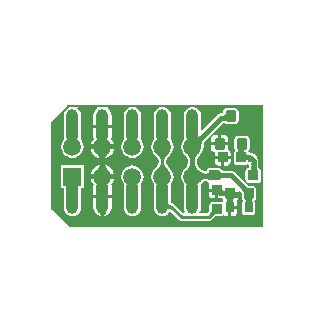
<source format=gtl>
G04*
G04 #@! TF.GenerationSoftware,Altium Limited,Altium Designer,20.0.10 (225)*
G04*
G04 Layer_Physical_Order=1*
G04 Layer_Color=255*
%FSLAX25Y25*%
%MOIN*%
G70*
G01*
G75*
%ADD10C,0.01575*%
%ADD11C,0.00984*%
%ADD16O,0.04016X0.11221*%
G04:AMPARAMS|DCode=17|XSize=33.47mil|YSize=33.47mil|CornerRadius=3.35mil|HoleSize=0mil|Usage=FLASHONLY|Rotation=180.000|XOffset=0mil|YOffset=0mil|HoleType=Round|Shape=RoundedRectangle|*
%AMROUNDEDRECTD17*
21,1,0.03347,0.02677,0,0,180.0*
21,1,0.02677,0.03347,0,0,180.0*
1,1,0.00669,-0.01339,0.01339*
1,1,0.00669,0.01339,0.01339*
1,1,0.00669,0.01339,-0.01339*
1,1,0.00669,-0.01339,-0.01339*
%
%ADD17ROUNDEDRECTD17*%
G04:AMPARAMS|DCode=18|XSize=35.83mil|YSize=33.47mil|CornerRadius=3.35mil|HoleSize=0mil|Usage=FLASHONLY|Rotation=0.000|XOffset=0mil|YOffset=0mil|HoleType=Round|Shape=RoundedRectangle|*
%AMROUNDEDRECTD18*
21,1,0.03583,0.02677,0,0,0.0*
21,1,0.02913,0.03347,0,0,0.0*
1,1,0.00669,0.01457,-0.01339*
1,1,0.00669,-0.01457,-0.01339*
1,1,0.00669,-0.01457,0.01339*
1,1,0.00669,0.01457,0.01339*
%
%ADD18ROUNDEDRECTD18*%
G04:AMPARAMS|DCode=19|XSize=27.56mil|YSize=36.22mil|CornerRadius=2.76mil|HoleSize=0mil|Usage=FLASHONLY|Rotation=0.000|XOffset=0mil|YOffset=0mil|HoleType=Round|Shape=RoundedRectangle|*
%AMROUNDEDRECTD19*
21,1,0.02756,0.03071,0,0,0.0*
21,1,0.02205,0.03622,0,0,0.0*
1,1,0.00551,0.01102,-0.01535*
1,1,0.00551,-0.01102,-0.01535*
1,1,0.00551,-0.01102,0.01535*
1,1,0.00551,0.01102,0.01535*
%
%ADD19ROUNDEDRECTD19*%
G04:AMPARAMS|DCode=20|XSize=35.43mil|YSize=37.4mil|CornerRadius=3.54mil|HoleSize=0mil|Usage=FLASHONLY|Rotation=0.000|XOffset=0mil|YOffset=0mil|HoleType=Round|Shape=RoundedRectangle|*
%AMROUNDEDRECTD20*
21,1,0.03543,0.03032,0,0,0.0*
21,1,0.02835,0.03740,0,0,0.0*
1,1,0.00709,0.01417,-0.01516*
1,1,0.00709,-0.01417,-0.01516*
1,1,0.00709,-0.01417,0.01516*
1,1,0.00709,0.01417,0.01516*
%
%ADD20ROUNDEDRECTD20*%
G04:AMPARAMS|DCode=21|XSize=35.43mil|YSize=37.4mil|CornerRadius=3.54mil|HoleSize=0mil|Usage=FLASHONLY|Rotation=0.000|XOffset=0mil|YOffset=0mil|HoleType=Round|Shape=RoundedRectangle|*
%AMROUNDEDRECTD21*
21,1,0.03543,0.03032,0,0,0.0*
21,1,0.02835,0.03740,0,0,0.0*
1,1,0.00709,0.01417,-0.01516*
1,1,0.00709,-0.01417,-0.01516*
1,1,0.00709,-0.01417,0.01516*
1,1,0.00709,0.01417,0.01516*
%
%ADD21ROUNDEDRECTD21*%
G04:AMPARAMS|DCode=22|XSize=33.47mil|YSize=33.47mil|CornerRadius=3.35mil|HoleSize=0mil|Usage=FLASHONLY|Rotation=270.000|XOffset=0mil|YOffset=0mil|HoleType=Round|Shape=RoundedRectangle|*
%AMROUNDEDRECTD22*
21,1,0.03347,0.02677,0,0,270.0*
21,1,0.02677,0.03347,0,0,270.0*
1,1,0.00669,-0.01339,-0.01339*
1,1,0.00669,-0.01339,0.01339*
1,1,0.00669,0.01339,0.01339*
1,1,0.00669,0.01339,-0.01339*
%
%ADD22ROUNDEDRECTD22*%
G04:AMPARAMS|DCode=32|XSize=7.87mil|YSize=648.03mil|CornerRadius=3.94mil|HoleSize=0mil|Usage=FLASHONLY|Rotation=270.000|XOffset=0mil|YOffset=0mil|HoleType=Round|Shape=RoundedRectangle|*
%AMROUNDEDRECTD32*
21,1,0.00787,0.64016,0,0,270.0*
21,1,0.00000,0.64803,0,0,270.0*
1,1,0.00787,-0.32008,0.00000*
1,1,0.00787,-0.32008,0.00000*
1,1,0.00787,0.32008,0.00000*
1,1,0.00787,0.32008,0.00000*
%
%ADD32ROUNDEDRECTD32*%
G04:AMPARAMS|DCode=33|XSize=7.87mil|YSize=408.27mil|CornerRadius=3.94mil|HoleSize=0mil|Usage=FLASHONLY|Rotation=0.000|XOffset=0mil|YOffset=0mil|HoleType=Round|Shape=RoundedRectangle|*
%AMROUNDEDRECTD33*
21,1,0.00787,0.40039,0,0,0.0*
21,1,0.00000,0.40827,0,0,0.0*
1,1,0.00787,0.00000,-0.20020*
1,1,0.00787,0.00000,-0.20020*
1,1,0.00787,0.00000,0.20020*
1,1,0.00787,0.00000,0.20020*
%
%ADD33ROUNDEDRECTD33*%
G04:AMPARAMS|DCode=34|XSize=7.87mil|YSize=88.19mil|CornerRadius=3.94mil|HoleSize=0mil|Usage=FLASHONLY|Rotation=225.000|XOffset=0mil|YOffset=0mil|HoleType=Round|Shape=RoundedRectangle|*
%AMROUNDEDRECTD34*
21,1,0.00787,0.08032,0,0,225.0*
21,1,0.00000,0.08819,0,0,225.0*
1,1,0.00787,-0.02840,0.02840*
1,1,0.00787,-0.02840,0.02840*
1,1,0.00787,0.02840,-0.02840*
1,1,0.00787,0.02840,-0.02840*
%
%ADD34ROUNDEDRECTD34*%
G04:AMPARAMS|DCode=35|XSize=7.87mil|YSize=294.88mil|CornerRadius=3.94mil|HoleSize=0mil|Usage=FLASHONLY|Rotation=180.000|XOffset=0mil|YOffset=0mil|HoleType=Round|Shape=RoundedRectangle|*
%AMROUNDEDRECTD35*
21,1,0.00787,0.28701,0,0,180.0*
21,1,0.00000,0.29488,0,0,180.0*
1,1,0.00787,0.00000,0.14350*
1,1,0.00787,0.00000,0.14350*
1,1,0.00787,0.00000,-0.14350*
1,1,0.00787,0.00000,-0.14350*
%
%ADD35ROUNDEDRECTD35*%
G04:AMPARAMS|DCode=36|XSize=7.87mil|YSize=86.22mil|CornerRadius=3.94mil|HoleSize=0mil|Usage=FLASHONLY|Rotation=135.000|XOffset=0mil|YOffset=0mil|HoleType=Round|Shape=RoundedRectangle|*
%AMROUNDEDRECTD36*
21,1,0.00787,0.07835,0,0,135.0*
21,1,0.00000,0.08622,0,0,135.0*
1,1,0.00787,0.02770,0.02770*
1,1,0.00787,0.02770,0.02770*
1,1,0.00787,-0.02770,-0.02770*
1,1,0.00787,-0.02770,-0.02770*
%
%ADD36ROUNDEDRECTD36*%
G04:AMPARAMS|DCode=37|XSize=7.87mil|YSize=651.58mil|CornerRadius=3.94mil|HoleSize=0mil|Usage=FLASHONLY|Rotation=270.000|XOffset=0mil|YOffset=0mil|HoleType=Round|Shape=RoundedRectangle|*
%AMROUNDEDRECTD37*
21,1,0.00787,0.64370,0,0,270.0*
21,1,0.00000,0.65158,0,0,270.0*
1,1,0.00787,-0.32185,0.00000*
1,1,0.00787,-0.32185,0.00000*
1,1,0.00787,0.32185,0.00000*
1,1,0.00787,0.32185,0.00000*
%
%ADD37ROUNDEDRECTD37*%
%ADD38C,0.05906*%
%ADD39R,0.05906X0.05906*%
%ADD40C,0.02362*%
G36*
X58882Y35741D02*
X58799Y35787D01*
X58694Y35828D01*
X58569Y35865D01*
X58423Y35897D01*
X58256Y35923D01*
X57859Y35962D01*
X57379Y35982D01*
X57107Y35984D01*
X57092Y37559D01*
X57404Y37567D01*
X57683Y37591D01*
X57927Y37630D01*
X58137Y37685D01*
X58313Y37756D01*
X58454Y37843D01*
X58561Y37945D01*
X58635Y38063D01*
X58674Y38197D01*
X58679Y38346D01*
X58882Y35741D01*
D02*
G37*
G36*
X70866Y40549D02*
Y19667D01*
X70811Y19645D01*
X70366Y19584D01*
X70179Y19864D01*
X69808Y20112D01*
X69693Y20135D01*
X69691Y20142D01*
X69657Y20276D01*
X69628Y20460D01*
X69617Y20587D01*
Y22441D01*
X69617Y22441D01*
X69495Y23055D01*
X69281Y23376D01*
X69177Y23898D01*
X68742Y24549D01*
X68091Y24984D01*
X67569Y25088D01*
X67248Y25302D01*
X66634Y25425D01*
X66474Y25463D01*
X66299Y25912D01*
X66413Y25988D01*
X66666Y26366D01*
X66755Y26811D01*
Y29843D01*
X66666Y30288D01*
X66413Y30666D01*
X66036Y30918D01*
X65590Y31007D01*
X62756D01*
X62310Y30918D01*
X61933Y30666D01*
X61680Y30288D01*
X61592Y29843D01*
Y26811D01*
X61680Y26366D01*
X61685Y26358D01*
X61789Y25868D01*
X61681Y25706D01*
X61672Y25696D01*
X61669Y25689D01*
X61541Y25497D01*
X61454Y25059D01*
Y22382D01*
X61541Y21944D01*
X61789Y21573D01*
X62160Y21325D01*
X62598Y21238D01*
X65275D01*
X65713Y21325D01*
X65951Y21484D01*
X66406Y21223D01*
Y20600D01*
X66396Y20479D01*
X66367Y20307D01*
X66335Y20185D01*
X66331Y20174D01*
X66019Y20112D01*
X65648Y19864D01*
X65399Y19493D01*
X65312Y19055D01*
Y16378D01*
X65399Y15940D01*
X65648Y15569D01*
X66019Y15321D01*
X66457Y15234D01*
X69370D01*
X69808Y15321D01*
X70179Y15569D01*
X70366Y15849D01*
X70811Y15788D01*
X70866Y15766D01*
Y394D01*
X6693D01*
X434Y6652D01*
Y35113D01*
X5235Y39914D01*
X5612Y39584D01*
X5216Y39067D01*
X4934Y38387D01*
X4838Y37657D01*
Y30453D01*
X4910Y29906D01*
X4390Y29229D01*
X4013Y28319D01*
X3885Y27343D01*
X4013Y26366D01*
X4390Y25456D01*
X4990Y24675D01*
X5771Y24076D01*
X6681Y23699D01*
X7657Y23570D01*
X8634Y23699D01*
X9544Y24076D01*
X10325Y24675D01*
X10924Y25456D01*
X11301Y26366D01*
X11430Y27343D01*
X11301Y28319D01*
X10924Y29229D01*
X10405Y29906D01*
X10477Y30453D01*
Y37657D01*
X10381Y38387D01*
X10099Y39067D01*
X9651Y39651D01*
X9105Y40070D01*
X9104Y40125D01*
X9417Y40572D01*
X15747Y40613D01*
X15918Y40115D01*
X15512Y39803D01*
X15030Y39174D01*
X14727Y38443D01*
X14624Y37657D01*
Y34555D01*
X20691D01*
Y37657D01*
X20588Y38443D01*
X20285Y39174D01*
X19803Y39803D01*
X19367Y40137D01*
X19535Y40638D01*
X26350Y40683D01*
X26451Y40183D01*
X26248Y40099D01*
X25664Y39651D01*
X25216Y39067D01*
X24934Y38387D01*
X24838Y37657D01*
Y30453D01*
X24910Y29906D01*
X24390Y29229D01*
X24013Y28319D01*
X23885Y27343D01*
X24013Y26366D01*
X24390Y25456D01*
X24990Y24675D01*
X25771Y24076D01*
X26681Y23699D01*
X27657Y23570D01*
X28634Y23699D01*
X29544Y24076D01*
X30325Y24675D01*
X30924Y25456D01*
X31301Y26366D01*
X31430Y27343D01*
X31301Y28319D01*
X30924Y29229D01*
X30405Y29906D01*
X30477Y30453D01*
Y37657D01*
X30381Y38387D01*
X30099Y39067D01*
X29651Y39651D01*
X29067Y40099D01*
X28826Y40199D01*
X28924Y40700D01*
X36510Y40749D01*
X36611Y40250D01*
X36248Y40099D01*
X35664Y39651D01*
X35216Y39067D01*
X34934Y38387D01*
X34838Y37657D01*
Y30453D01*
X34910Y29906D01*
X34390Y29229D01*
X34013Y28319D01*
X33885Y27343D01*
X34013Y26366D01*
X34390Y25456D01*
X34990Y24675D01*
X35089Y24599D01*
X35301Y24384D01*
X35769Y23848D01*
X35941Y23619D01*
X36086Y23400D01*
X36197Y23202D01*
X36276Y23028D01*
X36327Y22879D01*
X36353Y22757D01*
Y21928D01*
X36327Y21806D01*
X36276Y21657D01*
X36197Y21483D01*
X36086Y21285D01*
X35941Y21067D01*
X35769Y20837D01*
X35301Y20301D01*
X35089Y20086D01*
X34990Y20010D01*
X34390Y19229D01*
X34013Y18319D01*
X33885Y17343D01*
X34013Y16366D01*
X34390Y15456D01*
X34910Y14779D01*
X34838Y14232D01*
Y7028D01*
X34934Y6298D01*
X35216Y5618D01*
X35664Y5034D01*
X36248Y4586D01*
X36928Y4304D01*
X37657Y4208D01*
X38387Y4304D01*
X39067Y4586D01*
X39651Y5034D01*
X39982Y5465D01*
X40568Y5585D01*
X43336Y2818D01*
X43759Y2535D01*
X44258Y2436D01*
X53012D01*
X53511Y2535D01*
X53934Y2818D01*
X54892Y3775D01*
X55057Y3929D01*
X55188Y4034D01*
X55214Y4053D01*
X57146D01*
X57583Y4140D01*
X57954Y4388D01*
X58117Y4631D01*
X58538Y4350D01*
X59035Y4251D01*
X59638D01*
Y7087D01*
X60138D01*
Y7587D01*
X62541D01*
Y8622D01*
X62441Y9120D01*
X62348Y9260D01*
X62576Y9412D01*
X62871Y9853D01*
X62975Y10374D01*
Y11213D01*
X60275D01*
Y12213D01*
X62975D01*
Y12327D01*
X63217Y12427D01*
X63475Y12459D01*
X63688Y12229D01*
X63877Y11994D01*
X64013Y11800D01*
Y10374D01*
X64100Y9936D01*
X64231Y9741D01*
X64234Y9732D01*
X64245Y9720D01*
X64348Y9565D01*
X64442Y9201D01*
X64441Y9199D01*
X64333Y9037D01*
X64251Y8622D01*
Y5551D01*
X64333Y5136D01*
X64568Y4785D01*
X64920Y4550D01*
X65334Y4467D01*
X67539D01*
X67954Y4550D01*
X68306Y4785D01*
X68541Y5136D01*
X68623Y5551D01*
Y8622D01*
X68541Y9037D01*
X68328Y9354D01*
X68643Y9565D01*
X68891Y9936D01*
X68979Y10374D01*
Y13051D01*
X68891Y13489D01*
X68643Y13860D01*
X68272Y14108D01*
X67835Y14195D01*
X66409D01*
X66224Y14325D01*
X65768Y14711D01*
X61627Y18852D01*
X61106Y19200D01*
X60492Y19322D01*
X60492Y19322D01*
X58035D01*
X57970Y19329D01*
X57841Y19355D01*
X57729Y19388D01*
X57632Y19428D01*
X57547Y19473D01*
X57472Y19524D01*
X57403Y19584D01*
X57339Y19653D01*
X57254Y19767D01*
X57247Y19774D01*
X57187Y19864D01*
X57034Y19966D01*
X57022Y19977D01*
X57012Y19981D01*
X56816Y20112D01*
X56378Y20199D01*
X53464D01*
X53027Y20112D01*
X52655Y19864D01*
X52407Y19493D01*
X52351Y19211D01*
X52339Y19206D01*
X52216Y19174D01*
X52043Y19146D01*
X51975Y19140D01*
X51874Y19155D01*
X51692Y19199D01*
X51500Y19263D01*
X51300Y19349D01*
X51090Y19458D01*
X50881Y19584D01*
X50401Y19936D01*
X50344Y19985D01*
X50325Y20010D01*
X50230Y20082D01*
X50073Y20245D01*
X49886Y20460D01*
X49726Y20670D01*
X49591Y20873D01*
X49481Y21070D01*
X49394Y21259D01*
X49329Y21442D01*
X49283Y21619D01*
X49263Y21753D01*
Y22932D01*
X49283Y23066D01*
X49329Y23243D01*
X49394Y23426D01*
X49481Y23615D01*
X49591Y23811D01*
X49726Y24015D01*
X49886Y24225D01*
X50073Y24440D01*
X50231Y24603D01*
X50325Y24675D01*
X50924Y25456D01*
X51301Y26366D01*
X51430Y27343D01*
X51414Y27460D01*
X51418Y27687D01*
X51438Y27971D01*
X51473Y28233D01*
X51521Y28472D01*
X51582Y28689D01*
X51655Y28884D01*
X51738Y29060D01*
X51831Y29216D01*
X51911Y29326D01*
X57749Y35163D01*
X57804Y35161D01*
X58153Y35127D01*
X58274Y35107D01*
X58371Y35086D01*
X58433Y35068D01*
X58454Y35060D01*
X58492Y35039D01*
X58495Y35038D01*
X58570Y34988D01*
X58785Y34945D01*
X58791Y34943D01*
X58793Y34943D01*
X59016Y34899D01*
X61850D01*
X62296Y34988D01*
X62673Y35240D01*
X62926Y35618D01*
X63014Y36063D01*
Y39094D01*
X62926Y39540D01*
X62673Y39918D01*
X62296Y40170D01*
X61850Y40259D01*
X59016D01*
X58570Y40170D01*
X58192Y39918D01*
X57940Y39540D01*
X57851Y39094D01*
Y38440D01*
X57761Y38416D01*
X57585Y38388D01*
X57459Y38377D01*
X57086D01*
X56472Y38255D01*
X55951Y37907D01*
X55951Y37907D01*
X50939Y32895D01*
X50477Y33086D01*
Y37657D01*
X50381Y38387D01*
X50099Y39067D01*
X49651Y39651D01*
X49067Y40099D01*
X48515Y40328D01*
X48613Y40828D01*
X70433Y40971D01*
X70866Y40549D01*
D02*
G37*
G36*
X51479Y30051D02*
X51311Y29864D01*
X51161Y29660D01*
X51028Y29437D01*
X50914Y29196D01*
X50818Y28938D01*
X50740Y28661D01*
X50681Y28366D01*
X50639Y28052D01*
X50615Y27721D01*
X50610Y27372D01*
X47687Y30295D01*
X48036Y30301D01*
X48367Y30324D01*
X48680Y30366D01*
X48975Y30426D01*
X49252Y30503D01*
X49511Y30599D01*
X49752Y30713D01*
X49975Y30846D01*
X50179Y30996D01*
X50366Y31164D01*
X51479Y30051D01*
D02*
G37*
G36*
X64634Y26653D02*
X64647Y26498D01*
X65413Y26474D01*
X65264Y26463D01*
X65130Y26418D01*
X65012Y26341D01*
X64909Y26232D01*
X64823Y26090D01*
X64753Y25916D01*
X64821Y25743D01*
X64907Y25597D01*
X65008Y25485D01*
X65126Y25405D01*
X65258Y25359D01*
X65407Y25345D01*
X64646Y25332D01*
X64634Y25193D01*
X64626Y24887D01*
X63051D01*
X63046Y25141D01*
X63030Y25303D01*
X62366Y25292D01*
X62496Y25391D01*
X62612Y25505D01*
X62715Y25634D01*
X62804Y25779D01*
X62880Y25938D01*
X62902Y26001D01*
X62856Y26122D01*
X62785Y26261D01*
X62704Y26381D01*
X62612Y26482D01*
X62509Y26564D01*
X63027Y26548D01*
X63044Y26728D01*
X63051Y26963D01*
X64626D01*
X64634Y26653D01*
D02*
G37*
G36*
X65603Y24802D02*
X65634Y24761D01*
X65686Y24725D01*
X65759Y24693D01*
X65853Y24667D01*
X65967Y24645D01*
X66103Y24628D01*
X66436Y24609D01*
X66634Y24606D01*
Y24368D01*
X67025Y24273D01*
X66634Y23678D01*
Y23031D01*
X66436Y23029D01*
X66195Y23010D01*
X66155Y22950D01*
X66146Y22966D01*
X66123Y22980D01*
X66085Y22992D01*
X66050Y22999D01*
X65967Y22993D01*
X65853Y22971D01*
X65759Y22944D01*
X65686Y22913D01*
X65634Y22877D01*
X65603Y22836D01*
X65592Y22790D01*
Y23028D01*
X65437Y23031D01*
X65592Y24156D01*
Y24848D01*
X65603Y24802D01*
D02*
G37*
G36*
X49481Y24983D02*
X49264Y24732D01*
X49072Y24481D01*
X48905Y24230D01*
X48765Y23979D01*
X48649Y23729D01*
X48560Y23478D01*
X48496Y23227D01*
X48458Y22976D01*
X48445Y22725D01*
X46870D01*
X46857Y22976D01*
X46819Y23227D01*
X46755Y23478D01*
X46665Y23729D01*
X46550Y23979D01*
X46409Y24230D01*
X46243Y24481D01*
X46051Y24732D01*
X45834Y24983D01*
X45590Y25234D01*
X49724D01*
X49481Y24983D01*
D02*
G37*
G36*
X39425Y24930D02*
X38921Y24354D01*
X38716Y24081D01*
X38543Y23818D01*
X38401Y23566D01*
X38291Y23324D01*
X38212Y23092D01*
X38165Y22871D01*
X38149Y22659D01*
X37165D01*
X37149Y22871D01*
X37102Y23092D01*
X37023Y23324D01*
X36913Y23566D01*
X36771Y23818D01*
X36598Y24081D01*
X36393Y24354D01*
X35890Y24930D01*
X35590Y25234D01*
X39724D01*
X39425Y24930D01*
D02*
G37*
G36*
X68799Y21462D02*
X67224Y21244D01*
X67223Y21378D01*
X67195Y21842D01*
X67185Y21893D01*
X67172Y21930D01*
X67159Y21953D01*
X67143Y21962D01*
X68466Y22832D01*
X68799Y21462D01*
D02*
G37*
G36*
X38165Y21814D02*
X38212Y21593D01*
X38291Y21361D01*
X38401Y21119D01*
X38543Y20867D01*
X38716Y20604D01*
X38921Y20331D01*
X39425Y19755D01*
X39724Y19451D01*
X35590D01*
X35890Y19755D01*
X36393Y20331D01*
X36598Y20604D01*
X36771Y20867D01*
X36913Y21119D01*
X37023Y21361D01*
X37102Y21593D01*
X37149Y21814D01*
X37165Y22026D01*
X38149D01*
X38165Y21814D01*
D02*
G37*
G36*
X68807Y20645D02*
X68830Y20364D01*
X68869Y20115D01*
X68924Y19899D01*
X68994Y19716D01*
X69080Y19565D01*
X69182Y19447D01*
X69299Y19362D01*
X69431Y19309D01*
X69580Y19288D01*
X66439Y19368D01*
X66588Y19381D01*
X66722Y19426D01*
X66839Y19503D01*
X66942Y19613D01*
X67028Y19756D01*
X67099Y19931D01*
X67154Y20139D01*
X67193Y20380D01*
X67216Y20653D01*
X67224Y20959D01*
X68799D01*
X68807Y20645D01*
D02*
G37*
G36*
X56721Y19139D02*
X56845Y19005D01*
X56981Y18888D01*
X57129Y18786D01*
X57290Y18700D01*
X57463Y18629D01*
X57649Y18575D01*
X57847Y18535D01*
X58058Y18512D01*
X58281Y18504D01*
Y16929D01*
X58058Y16921D01*
X57847Y16898D01*
X57649Y16859D01*
X57463Y16804D01*
X57290Y16733D01*
X57129Y16647D01*
X56981Y16545D01*
X56845Y16428D01*
X56721Y16294D01*
X56610Y16145D01*
Y19288D01*
X56721Y19139D01*
D02*
G37*
G36*
X48458Y21709D02*
X48496Y21458D01*
X48560Y21207D01*
X48649Y20956D01*
X48765Y20706D01*
X48905Y20455D01*
X49072Y20204D01*
X49264Y19953D01*
X49481Y19702D01*
X49681Y19496D01*
X49902Y19307D01*
X50435Y18916D01*
X50697Y18757D01*
X50957Y18622D01*
X51214Y18512D01*
X51469Y18427D01*
X51721Y18366D01*
X51951Y18332D01*
X52142Y18348D01*
X52383Y18388D01*
X52592Y18442D01*
X52768Y18513D01*
X52911Y18599D01*
X53022Y18702D01*
X53100Y18819D01*
X53145Y18953D01*
X53157Y19102D01*
X53232Y16145D01*
X53143Y16259D01*
X53037Y16360D01*
X52914Y16450D01*
X52773Y16527D01*
X52615Y16593D01*
X52439Y16647D01*
X52245Y16688D01*
X52035Y16718D01*
X52010Y16720D01*
X51813Y16689D01*
X51564Y16623D01*
X51317Y16530D01*
X51073Y16410D01*
X50832Y16264D01*
X50593Y16091D01*
X50357Y15892D01*
X50123Y15666D01*
X49893Y15413D01*
X49636Y19451D01*
X45590D01*
X45834Y19702D01*
X46051Y19953D01*
X46243Y20204D01*
X46409Y20455D01*
X46550Y20706D01*
X46665Y20956D01*
X46755Y21207D01*
X46819Y21458D01*
X46857Y21709D01*
X46870Y21960D01*
X48445D01*
X48458Y21709D01*
D02*
G37*
G36*
X65152Y14181D02*
X65733Y13688D01*
X65989Y13509D01*
X66223Y13374D01*
X66435Y13284D01*
X66624Y13238D01*
X66790Y13237D01*
X66934Y13280D01*
X67055Y13368D01*
X64840Y11153D01*
X64928Y11275D01*
X64972Y11418D01*
X64970Y11585D01*
X64925Y11774D01*
X64834Y11985D01*
X64700Y12219D01*
X64520Y12476D01*
X64296Y12755D01*
X63715Y13380D01*
X64828Y14494D01*
X65152Y14181D01*
D02*
G37*
G36*
X57466Y13138D02*
X57504Y13004D01*
X57576Y12886D01*
X57683Y12784D01*
X57824Y12697D01*
X58000Y12626D01*
X58194Y12575D01*
X58311Y12609D01*
X58422Y12657D01*
X58509Y12714D01*
X58570Y12779D01*
X58608Y12853D01*
X58620Y12936D01*
Y12518D01*
X58735Y12508D01*
X59049Y12500D01*
Y10925D01*
X58661Y10927D01*
X58620Y10930D01*
Y10489D01*
X58608Y10572D01*
X58570Y10646D01*
X58509Y10712D01*
X58422Y10768D01*
X58311Y10816D01*
X58175Y10855D01*
X58015Y10886D01*
X57829Y10908D01*
X57619Y10921D01*
X57385Y10925D01*
Y11013D01*
X57313Y11017D01*
X57252Y11046D01*
X57238Y11078D01*
X57271Y11113D01*
X57385Y12402D01*
Y12500D01*
X57393Y12500D01*
X57463Y13287D01*
X57466Y13138D01*
D02*
G37*
G36*
X67259Y10209D02*
X67265Y10136D01*
X68034Y10134D01*
X67886Y10118D01*
X67753Y10068D01*
X67636Y9985D01*
X67535Y9869D01*
X67449Y9719D01*
X67379Y9536D01*
X67357Y9449D01*
X67373Y9384D01*
X67425Y9229D01*
X67487Y9094D01*
X67558Y8980D01*
X67639Y8886D01*
X67729Y8812D01*
X67264D01*
X67262Y8787D01*
X67254Y8470D01*
X65679D01*
X65671Y8697D01*
X65659Y8812D01*
X65144D01*
X65246Y8893D01*
X65337Y8992D01*
X65417Y9111D01*
X65487Y9248D01*
X65531Y9367D01*
X65490Y9472D01*
X65407Y9632D01*
X65309Y9779D01*
X65196Y9913D01*
X65068Y10034D01*
X64925Y10141D01*
X65668Y10140D01*
X65674Y10216D01*
X65679Y10466D01*
X67254D01*
X67259Y10209D01*
D02*
G37*
G36*
X60998Y10204D02*
X61005Y10116D01*
X61775Y10108D01*
X61626Y10093D01*
X61494Y10045D01*
X61377Y9964D01*
X61275Y9850D01*
X61189Y9703D01*
X61119Y9522D01*
X61092Y9419D01*
X61103Y9371D01*
X61151Y9217D01*
X61208Y9083D01*
X61273Y8971D01*
X61347Y8881D01*
X61430Y8812D01*
X61004D01*
X61002Y8783D01*
X60994Y8470D01*
X59419D01*
X59412Y8702D01*
X59401Y8812D01*
X58845D01*
X58954Y8898D01*
X59052Y9001D01*
X59138Y9122D01*
X59212Y9261D01*
X59270Y9404D01*
X59240Y9485D01*
X59162Y9645D01*
X59069Y9790D01*
X58962Y9922D01*
X58840Y10039D01*
X58704Y10141D01*
X59407Y10134D01*
X59413Y10221D01*
X59419Y10466D01*
X60994D01*
X60998Y10204D01*
D02*
G37*
G36*
X52104Y15898D02*
X52236Y15869D01*
X52343Y15836D01*
X52425Y15803D01*
X52483Y15770D01*
X52522Y15742D01*
X52546Y15719D01*
X52599Y15651D01*
X52602Y15648D01*
X52655Y15569D01*
X52828Y15453D01*
X52836Y15447D01*
X52841Y15445D01*
X53027Y15321D01*
X53075Y15311D01*
X53305Y14756D01*
X53211Y14615D01*
X53108Y14095D01*
Y13256D01*
X55807D01*
Y12756D01*
X56307D01*
Y10057D01*
X57146D01*
X57620Y10151D01*
X57680Y9853D01*
X57975Y9412D01*
X57678Y9024D01*
X57583Y8931D01*
X57146Y9018D01*
X54468D01*
X54031Y8931D01*
X53659Y8683D01*
X53411Y8312D01*
X53324Y7874D01*
Y5943D01*
X53312Y5926D01*
X53087Y5660D01*
X52471Y5045D01*
X50224D01*
X50003Y5493D01*
X50099Y5618D01*
X50381Y6298D01*
X50477Y7028D01*
Y14232D01*
X50405Y14779D01*
X50463Y14855D01*
X50485Y14872D01*
X50699Y15106D01*
X50896Y15296D01*
X51088Y15458D01*
X51275Y15594D01*
X51458Y15705D01*
X51636Y15792D01*
X51809Y15857D01*
X51980Y15902D01*
X52022Y15909D01*
X52104Y15898D01*
D02*
G37*
G36*
X39663Y8236D02*
X39688Y8153D01*
X39735Y8080D01*
X39802Y8017D01*
X39891Y7963D01*
X40000Y7919D01*
X40131Y7885D01*
X40283Y7861D01*
X40455Y7846D01*
X40649Y7841D01*
X40632Y6857D01*
X40429Y6852D01*
X40247Y6838D01*
X40085Y6814D01*
X39944Y6780D01*
X39824Y6736D01*
X39725Y6683D01*
X39646Y6621D01*
X39588Y6548D01*
X39551Y6466D01*
X39534Y6375D01*
X39658Y8328D01*
X39663Y8236D01*
D02*
G37*
G36*
X46772Y40316D02*
X46248Y40099D01*
X45664Y39651D01*
X45216Y39067D01*
X44934Y38387D01*
X44838Y37657D01*
Y30453D01*
X44910Y29906D01*
X44390Y29229D01*
X44013Y28319D01*
X43885Y27343D01*
X44013Y26366D01*
X44390Y25456D01*
X44990Y24675D01*
X45084Y24603D01*
X45241Y24440D01*
X45428Y24225D01*
X45589Y24015D01*
X45724Y23812D01*
X45834Y23615D01*
X45921Y23426D01*
X45986Y23243D01*
X46031Y23066D01*
X46052Y22932D01*
Y21753D01*
X46031Y21619D01*
X45986Y21442D01*
X45921Y21259D01*
X45834Y21070D01*
X45724Y20874D01*
X45589Y20670D01*
X45428Y20460D01*
X45241Y20245D01*
X45084Y20082D01*
X44990Y20010D01*
X44390Y19229D01*
X44013Y18319D01*
X43885Y17343D01*
X44013Y16366D01*
X44390Y15456D01*
X44910Y14779D01*
X44838Y14232D01*
Y7028D01*
X44934Y6298D01*
X45153Y5768D01*
X44984Y5354D01*
X44879Y5235D01*
X44638Y5206D01*
X41572Y8272D01*
X41149Y8554D01*
X40649Y8654D01*
X40477D01*
Y14232D01*
X40405Y14779D01*
X40924Y15456D01*
X41301Y16366D01*
X41430Y17343D01*
X41301Y18319D01*
X40924Y19229D01*
X40325Y20010D01*
X40226Y20086D01*
X40014Y20301D01*
X39545Y20837D01*
X39373Y21066D01*
X39229Y21285D01*
X39118Y21483D01*
X39038Y21657D01*
X38988Y21806D01*
X38962Y21928D01*
Y22757D01*
X38988Y22879D01*
X39038Y23028D01*
X39118Y23202D01*
X39229Y23400D01*
X39373Y23619D01*
X39545Y23848D01*
X40014Y24384D01*
X40226Y24599D01*
X40325Y24675D01*
X40924Y25456D01*
X41301Y26366D01*
X41430Y27343D01*
X41301Y28319D01*
X40924Y29229D01*
X40405Y29906D01*
X40477Y30453D01*
Y37657D01*
X40381Y38387D01*
X40099Y39067D01*
X39651Y39651D01*
X39067Y40099D01*
X38671Y40263D01*
X38769Y40764D01*
X46671Y40816D01*
X46772Y40316D01*
D02*
G37*
G36*
X55531Y4880D02*
X55456Y4934D01*
X55366Y4961D01*
X55262Y4960D01*
X55144Y4931D01*
X55012Y4874D01*
X54866Y4789D01*
X54706Y4677D01*
X54531Y4536D01*
X54139Y4172D01*
X53443Y4868D01*
X53639Y5071D01*
X53948Y5434D01*
X54061Y5595D01*
X54145Y5741D01*
X54202Y5873D01*
X54231Y5991D01*
X54233Y6095D01*
X54206Y6184D01*
X54151Y6260D01*
X55531Y4880D01*
D02*
G37*
%LPC*%
G36*
X58110Y31223D02*
X57193D01*
Y28827D01*
X59491D01*
Y29843D01*
X59386Y30371D01*
X59087Y30819D01*
X58639Y31118D01*
X58110Y31223D01*
D02*
G37*
G36*
X56193D02*
X55275D01*
X54747Y31118D01*
X54299Y30819D01*
X54000Y30371D01*
X53895Y29843D01*
Y28827D01*
X56193D01*
Y31223D01*
D02*
G37*
G36*
X20691Y33555D02*
X14624D01*
Y30453D01*
X14691Y29943D01*
X14218Y29328D01*
X13822Y28370D01*
X13790Y28130D01*
X21525D01*
X21493Y28370D01*
X21096Y29328D01*
X20624Y29943D01*
X20691Y30453D01*
Y33555D01*
D02*
G37*
G36*
X59491Y27827D02*
X53895D01*
Y26811D01*
X54000Y26283D01*
X54299Y25835D01*
X54747Y25535D01*
X55098Y25466D01*
X55017Y25059D01*
Y24220D01*
X57716D01*
X60416D01*
Y25059D01*
X60312Y25580D01*
X60017Y26021D01*
X59576Y26316D01*
X59434Y26528D01*
X59491Y26811D01*
Y27827D01*
D02*
G37*
G36*
X21525Y26555D02*
X18445D01*
Y25234D01*
X19724D01*
X19481Y24983D01*
X19264Y24732D01*
X19072Y24481D01*
X18905Y24230D01*
X18765Y23979D01*
X18649Y23729D01*
X18565Y23491D01*
X18685Y23507D01*
X19643Y23904D01*
X20465Y24535D01*
X21096Y25357D01*
X21493Y26315D01*
X21525Y26555D01*
D02*
G37*
G36*
X16870D02*
X13790D01*
X13822Y26315D01*
X14218Y25357D01*
X14849Y24535D01*
X15672Y23904D01*
X16630Y23507D01*
X16750Y23491D01*
X16665Y23729D01*
X16550Y23979D01*
X16409Y24230D01*
X16243Y24481D01*
X16051Y24732D01*
X15834Y24983D01*
X15590Y25234D01*
X16870D01*
Y26555D01*
D02*
G37*
G36*
X60416Y23220D02*
X58216D01*
Y21021D01*
X59055D01*
X59576Y21125D01*
X60017Y21420D01*
X60312Y21861D01*
X60416Y22382D01*
Y23220D01*
D02*
G37*
G36*
X57216D02*
X55017D01*
Y22382D01*
X55120Y21861D01*
X55415Y21420D01*
X55857Y21125D01*
X56378Y21021D01*
X57216D01*
Y23220D01*
D02*
G37*
G36*
X18565Y21194D02*
X18649Y20956D01*
X18765Y20706D01*
X18905Y20455D01*
X19072Y20204D01*
X19264Y19953D01*
X19481Y19702D01*
X19724Y19451D01*
X18445D01*
Y18130D01*
X21525D01*
X21493Y18370D01*
X21096Y19328D01*
X20465Y20150D01*
X19643Y20782D01*
X18685Y21178D01*
X18565Y21194D01*
D02*
G37*
G36*
X16750D02*
X16630Y21178D01*
X15672Y20782D01*
X14849Y20150D01*
X14218Y19328D01*
X13822Y18370D01*
X13790Y18130D01*
X16870D01*
Y19451D01*
X15590D01*
X15834Y19702D01*
X16051Y19953D01*
X16243Y20204D01*
X16409Y20455D01*
X16550Y20706D01*
X16665Y20956D01*
X16750Y21194D01*
D02*
G37*
G36*
X21525Y16555D02*
X13790D01*
X13822Y16315D01*
X14218Y15357D01*
X14691Y14742D01*
X14624Y14232D01*
Y11130D01*
X20691D01*
Y14232D01*
X20624Y14742D01*
X21096Y15357D01*
X21493Y16315D01*
X21525Y16555D01*
D02*
G37*
G36*
X62541Y6587D02*
X60638D01*
Y4251D01*
X61240D01*
X61738Y4350D01*
X62160Y4632D01*
X62441Y5054D01*
X62541Y5551D01*
Y6587D01*
D02*
G37*
G36*
X27657Y21115D02*
X26681Y20986D01*
X25771Y20609D01*
X24990Y20010D01*
X24390Y19229D01*
X24013Y18319D01*
X23885Y17343D01*
X24013Y16366D01*
X24390Y15456D01*
X24910Y14779D01*
X24838Y14232D01*
Y7028D01*
X24934Y6298D01*
X25216Y5618D01*
X25664Y5034D01*
X26248Y4586D01*
X26928Y4304D01*
X27657Y4208D01*
X28387Y4304D01*
X29067Y4586D01*
X29651Y5034D01*
X30099Y5618D01*
X30381Y6298D01*
X30477Y7028D01*
Y14232D01*
X30405Y14779D01*
X30924Y15456D01*
X31301Y16366D01*
X31430Y17343D01*
X31301Y18319D01*
X30924Y19229D01*
X30325Y20010D01*
X29544Y20609D01*
X28634Y20986D01*
X27657Y21115D01*
D02*
G37*
G36*
X11397Y21083D02*
X3917D01*
Y13602D01*
X4838D01*
Y7028D01*
X4934Y6298D01*
X5216Y5618D01*
X5664Y5034D01*
X6248Y4586D01*
X6928Y4304D01*
X7657Y4208D01*
X8387Y4304D01*
X9067Y4586D01*
X9651Y5034D01*
X10099Y5618D01*
X10381Y6298D01*
X10477Y7028D01*
Y13602D01*
X11397D01*
Y21083D01*
D02*
G37*
G36*
X20691Y10130D02*
X18157D01*
Y4060D01*
X18442Y4097D01*
X19174Y4400D01*
X19803Y4882D01*
X20285Y5511D01*
X20588Y6242D01*
X20691Y7028D01*
Y10130D01*
D02*
G37*
G36*
X17157D02*
X14624D01*
Y7028D01*
X14727Y6242D01*
X15030Y5511D01*
X15512Y4882D01*
X16140Y4400D01*
X16872Y4097D01*
X17157Y4060D01*
Y10130D01*
D02*
G37*
G36*
X55307Y12256D02*
X53108D01*
Y11417D01*
X53211Y10897D01*
X53506Y10455D01*
X53948Y10160D01*
X54468Y10057D01*
X55307D01*
Y12256D01*
D02*
G37*
%LPD*%
D10*
X63838Y23819D02*
X66634D01*
X68012Y17717D02*
Y22441D01*
X66634Y23819D02*
X68012Y22441D01*
X17657Y17343D02*
Y27343D01*
X47657D02*
X57086Y36772D01*
X47657Y17717D02*
X47844Y17529D01*
X47657Y17717D02*
Y27343D01*
X59626Y36772D02*
X60433Y37579D01*
X57086Y36772D02*
X59626D01*
X63838Y27992D02*
X64173Y28327D01*
X63838Y23819D02*
Y27992D01*
X60207Y11644D02*
X60275Y11713D01*
X60207Y7156D02*
Y11644D01*
X60138Y7087D02*
X60207Y7156D01*
X55807Y12756D02*
X56693Y11870D01*
X57227D01*
X57385Y11713D01*
X60275D01*
X66437Y7087D02*
X66466Y7116D01*
Y11683D01*
X66496Y11713D01*
X60492Y17717D02*
X66496Y11713D01*
X55019Y17717D02*
X60492D01*
X54833Y17529D02*
X55019Y17717D01*
X47844Y17529D02*
X54833D01*
X47657Y17343D02*
X47844Y17529D01*
D11*
X37657Y17343D02*
Y27343D01*
X53012Y3740D02*
X55807Y6536D01*
X40649Y7349D02*
X44258Y3740D01*
X53012D01*
X37657Y8749D02*
Y10630D01*
Y8749D02*
X39058Y7349D01*
X40649D01*
D16*
X47657Y10630D02*
D03*
Y34055D02*
D03*
X37657Y10630D02*
D03*
Y34055D02*
D03*
X27657Y10630D02*
D03*
Y34055D02*
D03*
X17657Y10630D02*
D03*
Y34055D02*
D03*
X7657Y10630D02*
D03*
Y34055D02*
D03*
D17*
X57716Y23720D02*
D03*
X63937D02*
D03*
X60275Y11713D02*
D03*
X66496D02*
D03*
D18*
X67913Y17717D02*
D03*
X54921D02*
D03*
D19*
X66437Y7087D02*
D03*
X60138D02*
D03*
D20*
X60433Y37579D02*
D03*
X56693Y28327D02*
D03*
D21*
X64173Y28327D02*
D03*
D22*
X55807Y6536D02*
D03*
Y12756D02*
D03*
D32*
X38795Y902D02*
D03*
D33*
X70935Y20913D02*
D03*
D34*
X3732Y3748D02*
D03*
D35*
X886Y20955D02*
D03*
D36*
X3683Y38193D02*
D03*
D37*
X38664Y40971D02*
D03*
D38*
X47657Y27343D02*
D03*
Y17343D02*
D03*
X37657Y27343D02*
D03*
Y17343D02*
D03*
X27657Y27343D02*
D03*
Y17343D02*
D03*
X17657Y27343D02*
D03*
Y17343D02*
D03*
X7657Y27343D02*
D03*
D39*
Y17343D02*
D03*
D40*
X17716Y5610D02*
D03*
X22638Y10236D02*
D03*
X33169Y11713D02*
D03*
X42815Y11614D02*
D03*
X63386Y19587D02*
D03*
X53642Y24016D02*
D03*
X52657Y9646D02*
D03*
X62778Y11213D02*
D03*
X68110Y37992D02*
D03*
X22638Y37303D02*
D03*
X67323Y23130D02*
D03*
M02*

</source>
